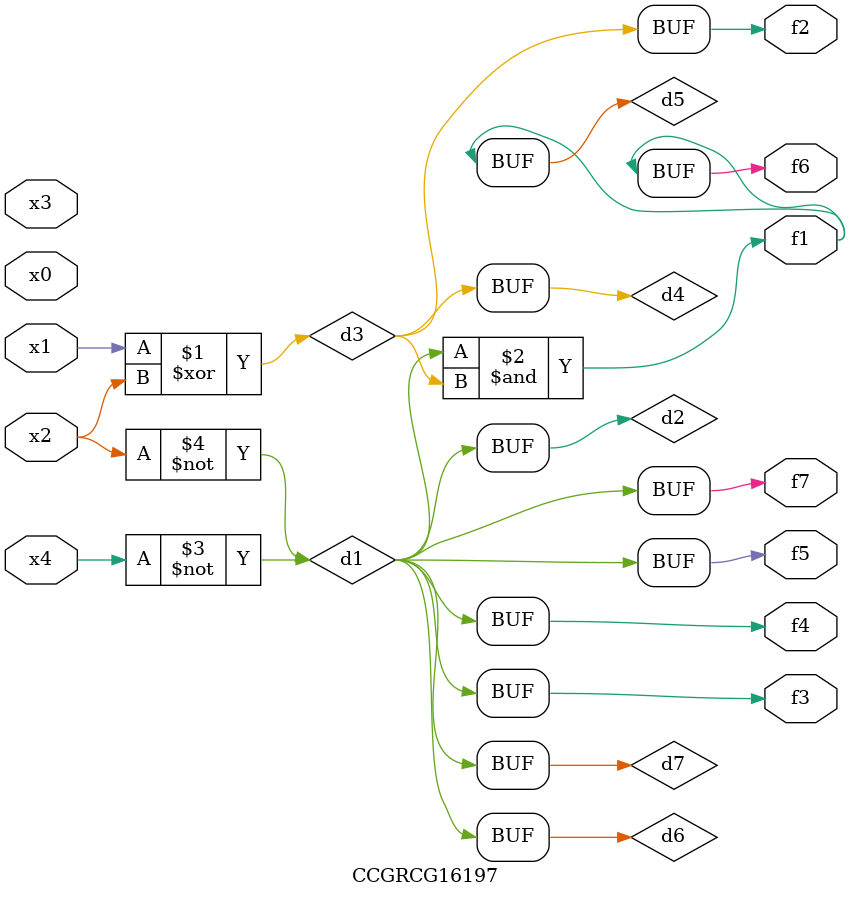
<source format=v>
module CCGRCG16197(
	input x0, x1, x2, x3, x4,
	output f1, f2, f3, f4, f5, f6, f7
);

	wire d1, d2, d3, d4, d5, d6, d7;

	not (d1, x4);
	not (d2, x2);
	xor (d3, x1, x2);
	buf (d4, d3);
	and (d5, d1, d3);
	buf (d6, d1, d2);
	buf (d7, d2);
	assign f1 = d5;
	assign f2 = d4;
	assign f3 = d7;
	assign f4 = d7;
	assign f5 = d7;
	assign f6 = d5;
	assign f7 = d7;
endmodule

</source>
